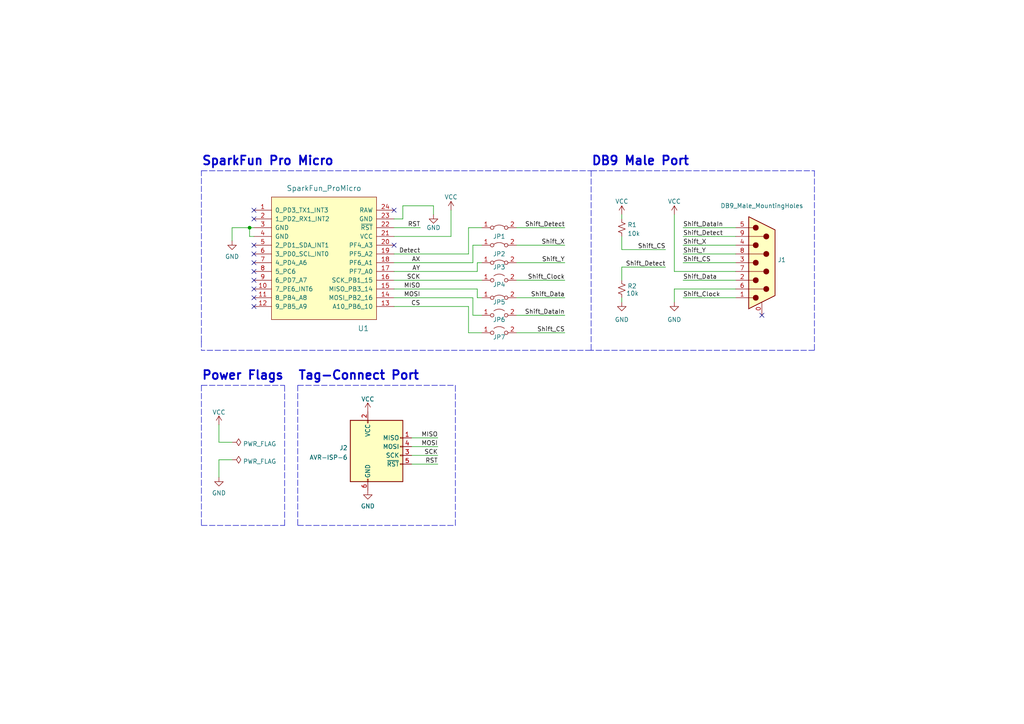
<source format=kicad_sch>
(kicad_sch (version 20211123) (generator eeschema)
  (paper "A4")
  (title_block (title "Logitech Shifter Shield for Pro Micro") (rev "v1.0.0"))
  (lib_symbols
    (symbol "Connector:AVR-ISP-6" (pin_names (offset 1.016))
      (property "Reference" "J" (at -6.35 11.43 0))
      (property "Value" "AVR-ISP-6" (at 0 11.43 0))
      (symbol "AVR-ISP-6_0_1"
        (rectangle (start -2.667 -6.858) (end -2.413 -7.62))
        (rectangle (start -2.667 10.16) (end -2.413 9.398))
        (rectangle (start 7.62 -2.413) (end 6.858 -2.667))
        (rectangle (start 7.62 0.127) (end 6.858 -0.127))
        (rectangle (start 7.62 2.667) (end 6.858 2.413))
        (rectangle (start 7.62 5.207) (end 6.858 4.953))
        (rectangle (start 7.62 10.16) (end -7.62 -7.62) (stroke (width 0.254)) (fill (type background)))
      )
      (symbol "AVR-ISP-6_1_1"
        (pin passive line (at 10.16 5.08 180) (length 2.54) (name "MISO") (number "1"))
        (pin passive line (at -2.54 12.7 270) (length 2.54) (name "VCC") (number "2"))
        (pin passive line (at 10.16 0 180) (length 2.54) (name "SCK") (number "3"))
        (pin passive line (at 10.16 2.54 180) (length 2.54) (name "MOSI") (number "4"))
        (pin passive line (at 10.16 -2.54 180) (length 2.54) (name "~{RST}") (number "5"))
        (pin passive line (at -2.54 -10.16 90) (length 2.54) (name "GND") (number "6"))
      )
    )
    (symbol "Connector:DB9_Male_MountingHoles" (pin_names (offset 1.016) hide)
      (property "Reference" "J" (at 0 16.51 0))
      (property "Value" "DB9_Male_MountingHoles" (at 0 14.605 0))
      (symbol "DB9_Male_MountingHoles_0_1"
        (circle (center -1.778 -10.16) (radius 0.762) (fill (type outline)))
        (circle (center -1.778 -5.08) (radius 0.762) (fill (type outline)))
        (circle (center -1.778 0) (radius 0.762) (fill (type outline)))
        (circle (center -1.778 5.08) (radius 0.762) (fill (type outline)))
        (circle (center -1.778 10.16) (radius 0.762) (fill (type outline)))
        (polyline (pts (xy -3.81 -10.16) (xy -2.54 -10.16)))
        (polyline (pts (xy -3.81 -7.62) (xy 0.508 -7.62)))
        (polyline (pts (xy -3.81 -5.08) (xy -2.54 -5.08)))
        (polyline (pts (xy -3.81 -2.54) (xy 0.508 -2.54)))
        (polyline (pts (xy -3.81 0) (xy -2.54 0)))
        (polyline (pts (xy -3.81 2.54) (xy 0.508 2.54)))
        (polyline (pts (xy -3.81 5.08) (xy -2.54 5.08)))
        (polyline (pts (xy -3.81 7.62) (xy 0.508 7.62)))
        (polyline (pts (xy -3.81 10.16) (xy -2.54 10.16)))
        (polyline (pts (xy -3.81 -13.335) (xy -3.81 13.335) (xy 3.81 9.525) (xy 3.81 -9.525) (xy -3.81 -13.335)) (stroke (width 0.254)) (fill (type background)))
        (circle (center 1.27 -7.62) (radius 0.762) (fill (type outline)))
        (circle (center 1.27 -2.54) (radius 0.762) (fill (type outline)))
        (circle (center 1.27 2.54) (radius 0.762) (fill (type outline)))
        (circle (center 1.27 7.62) (radius 0.762) (fill (type outline)))
      )
      (symbol "DB9_Male_MountingHoles_1_1"
        (pin passive line (at 0 -15.24 90) (length 3.81) (name "PAD") (number "0"))
        (pin passive line (at -7.62 -10.16 0) (length 3.81) (name "1") (number "1"))
        (pin passive line (at -7.62 -5.08 0) (length 3.81) (name "2") (number "2"))
        (pin passive line (at -7.62 0 0) (length 3.81) (name "3") (number "3"))
        (pin passive line (at -7.62 5.08 0) (length 3.81) (name "4") (number "4"))
        (pin passive line (at -7.62 10.16 0) (length 3.81) (name "5") (number "5"))
        (pin passive line (at -7.62 -7.62 0) (length 3.81) (name "6") (number "6"))
        (pin passive line (at -7.62 -2.54 0) (length 3.81) (name "7") (number "7"))
        (pin passive line (at -7.62 2.54 0) (length 3.81) (name "8") (number "8"))
        (pin passive line (at -7.62 7.62 0) (length 3.81) (name "9") (number "9"))
      )
    )
    (symbol "Device:R_Small_US" (pin_numbers hide) (pin_names (offset 0.254) hide)
      (property "Reference" "R" (at 0.762 0.508 0))
      (property "Value" "R_Small_US" (at 0.762 -1.016 0))
      (symbol "R_Small_US_1_1"
        (polyline (pts (xy 0 0) (xy 1.016 -0.381) (xy 0 -0.762) (xy -1.016 -1.143) (xy 0 -1.524)))
        (polyline (pts (xy 0 1.524) (xy 1.016 1.143) (xy 0 0.762) (xy -1.016 0.381) (xy 0 0)))
        (pin passive line (at 0 2.54 270) (length 1.016) (name "~") (number "1"))
        (pin passive line (at 0 -2.54 90) (length 1.016) (name "~") (number "2"))
      )
    )
    (symbol "Jumper:Jumper_2_Bridged" (pin_names (offset 0) hide)
      (property "Reference" "JP" (at 0 1.905 0))
      (property "Value" "Jumper_2_Bridged" (at 0 -2.54 0))
      (symbol "Jumper_2_Bridged_0_0"
        (circle (center -2.032 0) (radius 0.508))
        (circle (center 2.032 0) (radius 0.508))
      )
      (symbol "Jumper_2_Bridged_0_1"
        (arc (start 1.524 0.254) (mid 0 0.762) (end -1.524 0.254))
      )
      (symbol "Jumper_2_Bridged_1_1"
        (pin passive line (at -5.08 0 0) (length 2.54) (name "A") (number "1"))
        (pin passive line (at 5.08 0 180) (length 2.54) (name "B") (number "2"))
      )
    )
    (symbol "Jumper:Jumper_2_Open" (pin_names (offset 0) hide)
      (property "Reference" "JP" (at 0 2.794 0))
      (property "Value" "Jumper_2_Open" (at 0 -2.286 0))
      (symbol "Jumper_2_Open_0_0"
        (circle (center -2.032 0) (radius 0.508))
        (circle (center 2.032 0) (radius 0.508))
      )
      (symbol "Jumper_2_Open_0_1"
        (arc (start 1.524 1.27) (mid 0 1.778) (end -1.524 1.27))
      )
      (symbol "Jumper_2_Open_1_1"
        (pin passive line (at -5.08 0 0) (length 2.54) (name "A") (number "1"))
        (pin passive line (at 5.08 0 180) (length 2.54) (name "B") (number "2"))
      )
    )
    (symbol "Sim_Racing_Shields:SparkFun_ProMicro" (pin_names (offset 1.016))
      (property "Reference" "U" (at 0 25.4 0))
      (property "Value" "SparkFun_ProMicro" (at 0 -15.24 0))
      (property "Datasheet" "https://github.com/sparkfun/Pro_Micro" (at 2.54 -26.67 0))
      (symbol "SparkFun_ProMicro_0_1"
        (rectangle (start -15.24 22.86) (end 15.24 -12.7) (fill (type background)))
      )
      (symbol "SparkFun_ProMicro_1_1"
        (pin bidirectional line (at -20.32 19.05 0) (length 5.08) (name "0_PD3_TX1_INT3") (number "1"))
        (pin bidirectional line (at -20.32 -3.81 0) (length 5.08) (name "7_PE6_INT6") (number "10"))
        (pin bidirectional line (at -20.32 -6.35 0) (length 5.08) (name "8_PB4_A8") (number "11"))
        (pin bidirectional line (at -20.32 -8.89 0) (length 5.08) (name "9_PB5_A9") (number "12"))
        (pin bidirectional line (at 20.32 -8.89 180) (length 5.08) (name "A10_PB6_10") (number "13"))
        (pin bidirectional line (at 20.32 -6.35 180) (length 5.08) (name "MOSI_PB2_16") (number "14"))
        (pin bidirectional line (at 20.32 -3.81 180) (length 5.08) (name "MISO_PB3_14") (number "15"))
        (pin bidirectional line (at 20.32 -1.27 180) (length 5.08) (name "SCK_PB1_15") (number "16"))
        (pin bidirectional line (at 20.32 1.27 180) (length 5.08) (name "PF7_A0") (number "17"))
        (pin bidirectional line (at 20.32 3.81 180) (length 5.08) (name "PF6_A1") (number "18"))
        (pin bidirectional line (at 20.32 6.35 180) (length 5.08) (name "PF5_A2") (number "19"))
        (pin bidirectional line (at -20.32 16.51 0) (length 5.08) (name "1_PD2_RX1_INT2") (number "2"))
        (pin bidirectional line (at 20.32 8.89 180) (length 5.08) (name "PF4_A3") (number "20"))
        (pin power_in line (at 20.32 11.43 180) (length 5.08) (name "VCC") (number "21"))
        (pin input line (at 20.32 13.97 180) (length 5.08) (name "~{RST}") (number "22"))
        (pin power_in line (at 20.32 16.51 180) (length 5.08) (name "GND") (number "23"))
        (pin power_in line (at 20.32 19.05 180) (length 5.08) (name "RAW") (number "24"))
        (pin power_in line (at -20.32 13.97 0) (length 5.08) (name "GND") (number "3"))
        (pin power_in line (at -20.32 11.43 0) (length 5.08) (name "GND") (number "4"))
        (pin bidirectional line (at -20.32 8.89 0) (length 5.08) (name "2_PD1_SDA_INT1") (number "5"))
        (pin bidirectional line (at -20.32 6.35 0) (length 5.08) (name "3_PD0_SCL_INT0") (number "6"))
        (pin bidirectional line (at -20.32 3.81 0) (length 5.08) (name "4_PD4_A6") (number "7"))
        (pin bidirectional line (at -20.32 1.27 0) (length 5.08) (name "5_PC6") (number "8"))
        (pin bidirectional line (at -20.32 -1.27 0) (length 5.08) (name "6_PD7_A7") (number "9"))
      )
    )
    (symbol "power:GND" (power) (pin_names (offset 0))
      (property "Value" "GND" (at 0 -3.81 0))
      (symbol "GND_0_1"
        (polyline (pts (xy 0 0) (xy 0 -1.27) (xy 1.27 -1.27) (xy 0 -2.54) (xy -1.27 -1.27) (xy 0 -1.27)))
      )
      (symbol "GND_1_1"
        (pin power_in line (at 0 0 270) (length 0) hide (name "GND") (number "1"))
      )
    )
    (symbol "power:PWR_FLAG" (power) (pin_numbers hide) (pin_names (offset 0) hide)
      (property "Value" "PWR_FLAG" (at 0 3.81 0))
      (symbol "PWR_FLAG_0_0"
        (pin power_out line (at 0 0 90) (length 0) (name "pwr") (number "1"))
      )
      (symbol "PWR_FLAG_0_1"
        (polyline (pts (xy 0 0) (xy 0 1.27) (xy -1.016 1.905) (xy 0 2.54) (xy 1.016 1.905) (xy 0 1.27)))
      )
    )
    (symbol "power:VCC" (power) (pin_names (offset 0))
      (property "Value" "VCC" (at 0 3.81 0))
      (symbol "VCC_0_1"
        (polyline (pts (xy -0.762 1.27) (xy 0 2.54)))
        (polyline (pts (xy 0 0) (xy 0 2.54)))
        (polyline (pts (xy 0 2.54) (xy 0.762 1.27)))
      )
      (symbol "VCC_1_1"
        (pin power_in line (at 0 0 90) (length 0) hide (name "VCC") (number "1"))
      )
    )
  )
  (junction (at 72.39 66.04))
  (no_connect (at 114.3 60.96))
  (no_connect (at 73.66 63.5))
  (no_connect (at 73.66 60.96))
  (no_connect (at 73.66 86.36))
  (no_connect (at 73.66 76.2))
  (no_connect (at 73.66 81.28))
  (no_connect (at 73.66 78.74))
  (no_connect (at 73.66 71.12))
  (no_connect (at 73.66 73.66))
  (no_connect (at 73.66 88.9))
  (no_connect (at 220.98 91.44))
  (no_connect (at 114.3 71.12))
  (no_connect (at 73.66 83.82))
  (polyline (pts (xy 58.42 152.4) (xy 82.55 152.4)))
  (wire (pts (xy 149.86 96.52) (xy 163.83 96.52)))
  (wire (pts (xy 180.34 68.58) (xy 180.34 72.39)))
  (wire (pts (xy 73.66 68.58) (xy 72.39 68.58)))
  (wire (pts (xy 114.3 73.66) (xy 135.89 73.66)))
  (wire (pts (xy 130.81 68.58) (xy 130.81 60.96)))
  (polyline (pts (xy 236.22 49.53) (xy 236.22 101.6)))
  (wire (pts (xy 180.34 62.23) (xy 180.34 63.5)))
  (wire (pts (xy 114.3 66.04) (xy 121.92 66.04)))
  (wire (pts (xy 119.38 134.62) (xy 127 134.62)))
  (wire (pts (xy 73.66 66.04) (xy 72.39 66.04)))
  (polyline (pts (xy 86.36 111.76) (xy 132.08 111.76)))
  (wire (pts (xy 180.34 77.47) (xy 180.34 81.28)))
  (wire (pts (xy 180.34 77.47) (xy 193.04 77.47)))
  (wire (pts (xy 125.73 59.69) (xy 125.73 62.23)))
  (wire (pts (xy 138.43 86.36) (xy 139.7 86.36)))
  (wire (pts (xy 63.5 123.19) (xy 63.5 128.27)))
  (wire (pts (xy 116.84 59.69) (xy 125.73 59.69)))
  (wire (pts (xy 195.58 83.82) (xy 195.58 87.63)))
  (polyline (pts (xy 58.42 99.06) (xy 58.42 49.53)))
  (wire (pts (xy 114.3 76.2) (xy 137.16 76.2)))
  (wire (pts (xy 149.86 86.36) (xy 163.83 86.36)))
  (polyline (pts (xy 171.45 49.53) (xy 236.22 49.53)))
  (wire (pts (xy 198.12 86.36) (xy 213.36 86.36)))
  (wire (pts (xy 180.34 72.39) (xy 193.04 72.39)))
  (wire (pts (xy 195.58 78.74) (xy 213.36 78.74)))
  (wire (pts (xy 63.5 128.27) (xy 67.31 128.27)))
  (wire (pts (xy 114.3 78.74) (xy 138.43 78.74)))
  (wire (pts (xy 114.3 88.9) (xy 135.89 88.9)))
  (polyline (pts (xy 86.36 111.76) (xy 86.36 152.4)))
  (polyline (pts (xy 58.42 49.53) (xy 171.45 49.53)))
  (wire (pts (xy 119.38 127) (xy 127 127)))
  (wire (pts (xy 198.12 66.04) (xy 213.36 66.04)))
  (polyline (pts (xy 58.42 111.76) (xy 58.42 152.4)))
  (wire (pts (xy 114.3 81.28) (xy 139.7 81.28)))
  (wire (pts (xy 137.16 86.36) (xy 137.16 91.44)))
  (polyline (pts (xy 132.08 152.4) (xy 132.08 111.76)))
  (polyline (pts (xy 86.36 152.4) (xy 132.08 152.4)))
  (wire (pts (xy 135.89 66.04) (xy 139.7 66.04)))
  (polyline (pts (xy 58.42 99.06) (xy 58.42 101.6)))
  (wire (pts (xy 137.16 71.12) (xy 139.7 71.12)))
  (wire (pts (xy 135.89 88.9) (xy 135.89 96.52)))
  (wire (pts (xy 137.16 76.2) (xy 137.16 71.12)))
  (wire (pts (xy 198.12 73.66) (xy 213.36 73.66)))
  (wire (pts (xy 149.86 71.12) (xy 163.83 71.12)))
  (wire (pts (xy 149.86 76.2) (xy 163.83 76.2)))
  (wire (pts (xy 149.86 81.28) (xy 163.83 81.28)))
  (wire (pts (xy 139.7 76.2) (xy 138.43 76.2)))
  (wire (pts (xy 72.39 68.58) (xy 72.39 66.04)))
  (wire (pts (xy 63.5 133.35) (xy 67.31 133.35)))
  (polyline (pts (xy 236.22 101.6) (xy 171.45 101.6)))
  (wire (pts (xy 213.36 83.82) (xy 195.58 83.82)))
  (polyline (pts (xy 171.45 49.53) (xy 171.45 101.6)))
  (wire (pts (xy 135.89 66.04) (xy 135.89 73.66)))
  (wire (pts (xy 198.12 81.28) (xy 213.36 81.28)))
  (wire (pts (xy 198.12 76.2) (xy 213.36 76.2)))
  (wire (pts (xy 195.58 62.23) (xy 195.58 78.74)))
  (wire (pts (xy 180.34 87.63) (xy 180.34 86.36)))
  (wire (pts (xy 119.38 129.54) (xy 127 129.54)))
  (wire (pts (xy 135.89 96.52) (xy 139.7 96.52)))
  (wire (pts (xy 114.3 86.36) (xy 137.16 86.36)))
  (wire (pts (xy 67.31 66.04) (xy 67.31 69.85)))
  (wire (pts (xy 114.3 63.5) (xy 116.84 63.5)))
  (wire (pts (xy 137.16 91.44) (xy 139.7 91.44)))
  (wire (pts (xy 149.86 91.44) (xy 163.83 91.44)))
  (wire (pts (xy 114.3 68.58) (xy 130.81 68.58)))
  (polyline (pts (xy 82.55 152.4) (xy 82.55 111.76)))
  (wire (pts (xy 138.43 83.82) (xy 138.43 86.36)))
  (wire (pts (xy 63.5 133.35) (xy 63.5 138.43)))
  (polyline (pts (xy 171.45 101.6) (xy 58.42 101.6)))
  (wire (pts (xy 114.3 83.82) (xy 138.43 83.82)))
  (wire (pts (xy 198.12 68.58) (xy 213.36 68.58)))
  (wire (pts (xy 198.12 71.12) (xy 213.36 71.12)))
  (wire (pts (xy 116.84 59.69) (xy 116.84 63.5)))
  (wire (pts (xy 149.86 66.04) (xy 163.83 66.04)))
  (wire (pts (xy 67.31 66.04) (xy 72.39 66.04)))
  (wire (pts (xy 138.43 76.2) (xy 138.43 78.74)))
  (wire (pts (xy 119.38 132.08) (xy 127 132.08)))
  (polyline (pts (xy 58.42 111.76) (xy 82.55 111.76)))
  (text "Power Flags" (at 58.42 110.49 0) (effects (font (size 2.54 2.54) (thickness 0.508) bold) (justify left bottom)))
  (text "SparkFun Pro Micro" (at 58.42 48.26 0) (effects (font (size 2.54 2.54) (thickness 0.508) bold) (justify left bottom)))
  (text "DB9 Male Port" (at 171.45 48.26 0) (effects (font (size 2.54 2.54) (thickness 0.508) bold) (justify left bottom)))
  (text "Tag-Connect Port" (at 86.36 110.49 0) (effects (font (size 2.54 2.54) (thickness 0.508) bold) (justify left bottom)))
  (label "Shift_CS" (at 163.83 96.52 180))
  (label "Shift_Data" (at 198.12 81.28 0))
  (label "Shift_Y" (at 163.83 76.2 180))
  (label "Shift_CS" (at 193.04 72.39 180))
  (label "Shift_X" (at 198.12 71.12 0))
  (label "Shift_Detect" (at 198.12 68.58 0))
  (label "RST" (at 121.92 66.04 180))
  (label "MOSI" (at 121.92 86.36 180))
  (label "RST" (at 127 134.62 180))
  (label "Shift_Detect" (at 163.83 66.04 180))
  (label "SCK" (at 121.92 81.28 180))
  (label "Detect" (at 121.92 73.66 180))
  (label "Shift_Clock" (at 163.83 81.28 180))
  (label "Shift_Clock" (at 198.12 86.36 0))
  (label "Shift_CS" (at 198.12 76.2 0))
  (label "Shift_Data" (at 163.83 86.36 180))
  (label "Shift_Detect" (at 193.04 77.47 180))
  (label "MOSI" (at 127 129.54 180))
  (label "AY" (at 121.92 78.74 180))
  (label "Shift_DataIn" (at 198.12 66.04 0))
  (label "AX" (at 121.92 76.2 180))
  (label "Shift_DataIn" (at 163.83 91.44 180))
  (label "SCK" (at 127 132.08 180))
  (label "CS" (at 121.92 88.9 180))
  (label "Shift_Y" (at 198.12 73.66 0))
  (label "MISO" (at 121.92 83.82 180))
  (label "Shift_X" (at 163.83 71.12 180))
  (label "MISO" (at 127 127 180))
  (symbol (lib_id "power:VCC") (at 106.68 119.38 0) (unit 1)
    (property "Reference" "#PWR04" (effects hide))
    (property "Value" "VCC" (at 106.68 115.7755 0))
  )
  (symbol (lib_id "power:VCC") (at 180.34 62.23 0) (unit 1)
    (property "Reference" "#PWR0107" (effects hide))
    (property "Value" "VCC" (at 180.34 58.42 0))
  )
  (symbol (lib_id "power:PWR_FLAG") (at 67.31 133.35 270) (unit 1)
    (property "Reference" "#FLG02" (effects hide))
    (property "Value" "PWR_FLAG" (at 70.485 133.829 90) (effects (justify left)))
  )
  (symbol (lib_id "power:PWR_FLAG") (at 67.31 128.27 270) (unit 1)
    (property "Reference" "#FLG01" (effects hide))
    (property "Value" "PWR_FLAG" (at 70.485 128.749 90) (effects (justify left)))
  )
  (symbol (lib_id "power:GND") (at 125.73 62.23 0) (unit 1)
    (property "Reference" "#PWR0101" (effects hide))
    (property "Value" "GND" (at 125.73 66.04 0))
  )
  (symbol (lib_id "Jumper:Jumper_2_Bridged") (at 144.78 76.2 0) (unit 1) (in_bom no)
    (property "Reference" "JP3" (at 144.78 77.47 0))
    (property "Value" "ShiftY_Jumper" (effects hide))
    (property "Footprint" "Sim_Racing_Shields:SolderJumper-2_P1.3mm_Bridged_RoundedPad1.0x1.5mm_Unmasked" (effects hide))
  )
  (symbol (lib_id "Jumper:Jumper_2_Bridged") (at 144.78 71.12 0) (unit 1) (in_bom no)
    (property "Reference" "JP2" (at 144.78 73.66 0))
    (property "Value" "ShiftX_Jumper" (effects hide))
    (property "Footprint" "Sim_Racing_Shields:SolderJumper-2_P1.3mm_Bridged_RoundedPad1.0x1.5mm_Unmasked" (effects hide))
  )
  (symbol (lib_id "Connector:DB9_Male_MountingHoles") (at 220.98 76.2 0) (unit 1)
    (property "Reference" "J1" (at 225.552 75.3653 0) (effects (justify left)))
    (property "Value" "DB9_Male_MountingHoles" (at 220.98 59.69 0))
    (property "Footprint" "Connector_Dsub:DSUB-9_Male_Horizontal_P2.77x2.84mm_EdgePinOffset7.70mm_Housed_MountingHolesOffset9.12mm" (effects hide))
    (property "Datasheet" " ~" (effects hide))
  )
  (symbol (lib_id "power:GND") (at 63.5 138.43 0) (unit 1)
    (property "Reference" "#PWR02" (effects hide))
    (property "Value" "GND" (at 63.5 142.9925 0))
  )
  (symbol (lib_id "power:VCC") (at 130.81 60.96 0) (unit 1)
    (property "Reference" "#PWR0102" (effects hide))
    (property "Value" "VCC" (at 130.81 57.15 0))
  )
  (symbol (lib_id "Connector:AVR-ISP-6") (at 109.22 132.08 0) (unit 1)
    (property "Reference" "J2" (at 100.8381 129.9015 0) (effects (justify right)))
    (property "Value" "AVR-ISP-6" (at 100.8381 132.6766 0) (effects (justify right)))
    (property "Footprint" "Connector:Tag-Connect_TC2030-IDC-NL_2x03_P1.27mm_Vertical" (effects hide))
    (property "Datasheet" " ~" (effects hide))
  )
  (symbol (lib_id "Sim_Racing_Shields:SparkFun_ProMicro") (at 93.98 80.01 0) (unit 1)
    (property "Reference" "U1" (at 105.41 95.25 0) (effects (font (size 1.524 1.524))))
    (property "Value" "SparkFun_ProMicro" (at 93.98 54.61 0) (effects (font (size 1.524 1.524))))
    (property "Footprint" "Sim_Racing_Shields:Sparkfun_ProMicro" (effects hide))
    (property "Datasheet" "https://github.com/sparkfun/Pro_Micro" (effects hide))
  )
  (symbol (lib_id "Jumper:Jumper_2_Open") (at 144.78 96.52 0) (unit 1) (in_bom no)
    (property "Reference" "JP7" (at 144.78 97.79 0))
    (property "Value" "CS_Jumper_NC" (effects hide))
    (property "Footprint" "Jumper:SolderJumper-2_P1.3mm_Open_RoundedPad1.0x1.5mm" (effects hide))
  )
  (symbol (lib_id "power:VCC") (at 63.5 123.19 0) (unit 1)
    (property "Reference" "#PWR01" (effects hide))
    (property "Value" "VCC" (at 63.5 119.5855 0))
  )
  (symbol (lib_id "Jumper:Jumper_2_Open") (at 144.78 91.44 0) (unit 1) (in_bom no)
    (property "Reference" "JP6" (at 144.78 92.71 0))
    (property "Value" "Data_In_Jumper_NC" (effects hide))
    (property "Footprint" "Jumper:SolderJumper-2_P1.3mm_Open_RoundedPad1.0x1.5mm" (effects hide))
  )
  (symbol (lib_id "Device:R_Small_US") (at 180.34 83.82 180) (unit 1)
    (property "Reference" "R2" (at 181.991 82.9853 0) (effects (justify right)))
    (property "Value" "10k" (at 181.61 85.09 0) (effects (justify right)))
    (property "Footprint" "Resistor_SMD:R_0805_2012Metric" (effects hide))
  )
  (symbol (lib_id "Jumper:Jumper_2_Bridged") (at 144.78 66.04 0) (unit 1) (in_bom no)
    (property "Reference" "JP1" (at 144.78 68.58 0))
    (property "Value" "Detect_Jumper" (effects hide))
    (property "Footprint" "Sim_Racing_Shields:SolderJumper-2_P1.3mm_Bridged_RoundedPad1.0x1.5mm_Unmasked" (effects hide))
  )
  (symbol (lib_id "Jumper:Jumper_2_Open") (at 144.78 81.28 0) (unit 1) (in_bom no)
    (property "Reference" "JP4" (at 144.78 82.55 0))
    (property "Value" "Clock_Jumper_NC" (effects hide))
    (property "Footprint" "Jumper:SolderJumper-2_P1.3mm_Open_RoundedPad1.0x1.5mm" (effects hide))
  )
  (symbol (lib_id "power:GND") (at 180.34 87.63 0) (unit 1)
    (property "Reference" "#PWR0104" (effects hide))
    (property "Value" "GND" (at 180.34 92.71 0))
  )
  (symbol (lib_id "Jumper:Jumper_2_Bridged") (at 144.78 86.36 0) (unit 1) (in_bom no)
    (property "Reference" "JP5" (at 144.78 87.63 0))
    (property "Value" "Data_Jumper" (effects hide))
    (property "Footprint" "Sim_Racing_Shields:SolderJumper-2_P1.3mm_Bridged_RoundedPad1.0x1.5mm_Unmasked" (effects hide))
  )
  (symbol (lib_id "Device:R_Small_US") (at 180.34 66.04 180) (unit 1)
    (property "Reference" "R1" (at 181.991 65.2053 0) (effects (justify right)))
    (property "Value" "10k" (at 181.991 67.7422 0) (effects (justify right)))
    (property "Footprint" "Resistor_SMD:R_0805_2012Metric" (effects hide))
  )
  (symbol (lib_id "power:GND") (at 67.31 69.85 0) (unit 1)
    (property "Reference" "#PWR0103" (effects hide))
    (property "Value" "GND" (at 67.31 74.4125 0))
  )
  (symbol (lib_id "power:GND") (at 106.68 142.24 0) (unit 1)
    (property "Reference" "#PWR05" (effects hide))
    (property "Value" "GND" (at 106.68 146.8025 0))
  )
  (symbol (lib_id "power:GND") (at 195.58 87.63 0) (unit 1)
    (property "Reference" "#PWR0105" (effects hide))
    (property "Value" "GND" (at 195.58 92.71 0))
  )
  (symbol (lib_id "power:VCC") (at 195.58 62.23 0) (unit 1)
    (property "Reference" "#PWR0106" (effects hide))
    (property "Value" "VCC" (at 195.58 58.42 0))
  )
)
</source>
